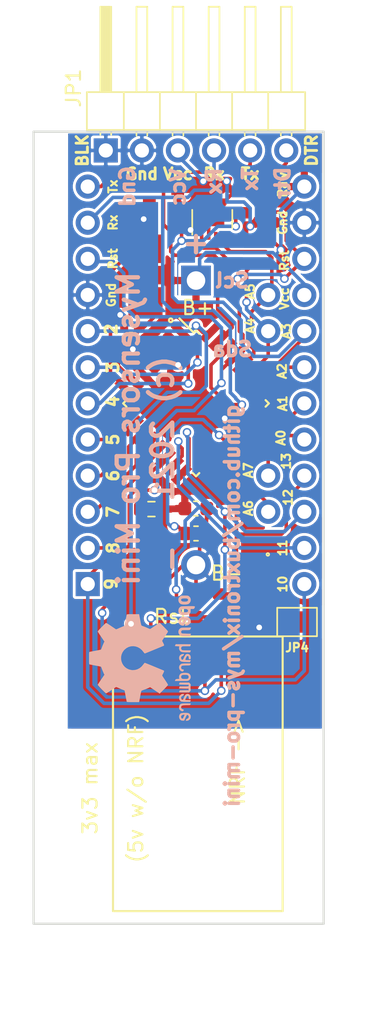
<source format=kicad_pcb>
(kicad_pcb (version 20171130) (host pcbnew 5.1.9+dfsg1-1+build2)
  (layers (0 F.Cu signal) (31 B.Cu signal hide) (34 B.Paste user hide) (35 F.Paste user) (36 B.SilkS user) (37 F.SilkS user) (38 B.Mask user hide) (39 F.Mask user) (44 Edge.Cuts user))
  (net 0 "")
  (net 1 GND)
  (net 2 VCC)
  (net 3 RXI)
  (net 4 TXO)
  (net 5 DTR)
  (net 6 D3)
  (net 7 D4)
  (net 8 D5)
  (net 9 D6)
  (net 10 D7)
  (net 11 D8)
  (net 12 D9)
  (net 13 D10)
  (net 14 MOSI)
  (net 15 MISO)
  (net 16 SCK)
  (net 17 A6)
  (net 18 "Net-(C1-Pad1)")
  (net 19 A7)
  (net 20 A0)
  (net 21 A1)
  (net 22 A2)
  (net 23 A3)
  (net 24 RESET)
  (net 25 D2)
  (net 26 A4)
  (net 27 A5)
  (net 28 "Net-(D3-Pad2)")
  (net 29 "Net-(C4-Pad2)")
  (net 30 "Net-(C5-Pad2)")
  (net 31 "Net-(JP4-Pad2)")
  (module Sensor_Humidity:Sensirion_DFN-8-1EP_2.5x2.5mm_P0.5mm_EP1.1x1.7mm (layer F.Cu) (at 124.103 91.346 90)
    (fp_text reference U4 hide)
    (fp_text value SHT30-DIS)
    (pad 1 smd rect (at -1.175 -0.75 90) (size 0.55 0.25) (layers F.Cu F.Paste F.Mask) (net 26 A4))
    (pad 2 smd rect (at -1.175 -0.25 90) (size 0.55 0.25) (layers F.Cu F.Paste F.Mask) (net 1 GND))
    (pad 3 smd rect (at -1.175 0.25 90) (size 0.55 0.25) (layers F.Cu F.Paste F.Mask))
    (pad 4 smd rect (at -1.175 0.75 270) (size 0.55 0.25) (layers F.Cu F.Paste F.Mask) (net 27 A5))
    (pad 5 smd rect (at 1.175 0.75 90) (size 0.55 0.25) (layers F.Cu F.Paste F.Mask) (net 2 VCC))
    (pad 6 smd rect (at 1.175 0.25 90) (size 0.55 0.25) (layers F.Cu F.Paste F.Mask))
    (pad 7 smd rect (at 1.175 -0.25 90) (size 0.55 0.25) (layers F.Cu F.Paste F.Mask) (net 1 GND))
    (pad 8 smd rect (at 1.175 -0.75 90) (size 0.55 0.25) (layers F.Cu F.Paste F.Mask) (net 1 GND))
    (pad 9 smd custom (at 0 0 90) (size 1 1) (layers F.Cu F.Mask) (net 1 GND) (options (clearance outline) (anchor circle)) (primitives (gr_poly (pts (xy 0.5 0.85) (xy -0.5 0.85) (xy -0.5 -0.55) (xy -0.2 -0.85) (xy 0.5 -0.85)) (width 0))))
  )
  (module Capacitor_Tantalum_SMD:CP_EIA-3216-18_Kemet-A (layer F.Cu) (at 127.278 117.381 270)
    (fp_text reference C6 hide)
    (fp_text value 10uF)
    (pad 2 smd roundrect (at 1.35 0 270) (size 1.4 1.35) (layers F.Cu F.Paste F.Mask) (roundrect_rratio 0.1851844444444445) (net 1 GND))
    (pad 1 smd roundrect (at -1.35 0 270) (size 1.4 1.35) (layers F.Cu F.Paste F.Mask) (roundrect_rratio 0.1851844444444445) (net 2 VCC))
  )
  (module Jumper:SolderJumper-2_P1.3mm_Bridged_Pad1.0x1.5mm (layer F.Cu) (at 130.072 119.667 180)
    (fp_text reference JP4 (at 0 -1.8 180) (layer F.SilkS) (effects (font (size 0.6 0.6))))
    (fp_text value SolderJumper_2_Bridged)
    (fp_poly (pts (xy -0.25 -0.3) (xy 0.25 -0.3) (xy 0.25 0.3) (xy -0.25 0.3)) (layer F.Cu) (width 0))
    (pad 2 smd rect (at 0.65 0 180) (size 1 1.5) (layers F.Cu F.Mask) (net 31 "Net-(JP4-Pad2)"))
    (pad 1 smd rect (at -0.65 0 180) (size 1 1.5) (layers F.Cu F.Mask) (net 2 VCC))
  )
  (module Symbol:OSHW-Logo2_9.8x8mm_SilkScreen (layer B.Cu) (at 119.15 122.207 270)
    (fp_text reference REF** hide)
    (fp_text value OSHW-Logo2_9.8x8mm_SilkScreen hide)
  )
  (module Capacitor_SMD:C_0603_1608Metric (layer F.Cu) (at 127.913 90.076 270)
    (fp_text reference C2 hide)
    (fp_text value 0.1uF hide)
    (pad 2 smd roundrect (at 0.775 0 270) (size 0.9 0.95) (layers F.Cu F.Paste F.Mask) (net 24 RESET))
    (pad 1 smd roundrect (at -0.775 0 270) (size 0.9 0.95) (layers F.Cu F.Paste F.Mask) (net 5 DTR))
  )
  (module Resistor_SMD:R_0603_1608Metric (layer F.Cu) (at 126.389 90.076 270)
    (fp_text reference R4 hide)
    (fp_text value 4k7)
    (pad 2 smd roundrect (at 0.825 0 270) (size 0.8 0.95) (layers F.Cu F.Paste F.Mask) (net 23 A3))
    (pad 1 smd roundrect (at -0.825 0 270) (size 0.8 0.95) (layers F.Cu F.Paste F.Mask) (net 2 VCC))
  )
  (module Package_TO_SOT_SMD:SOT-23 (layer F.Cu) (at 120.674 90.203 180)
    (fp_text reference U3 hide)
    (fp_text value ATSHA204A)
    (pad 3 smd rect (at 1 0 180) (size 0.9 0.8) (layers F.Cu F.Paste F.Mask) (net 1 GND))
    (pad 2 smd rect (at -1 0.95 180) (size 0.9 0.8) (layers F.Cu F.Paste F.Mask) (net 2 VCC))
    (pad 1 smd rect (at -1 -0.95 180) (size 0.9 0.8) (layers F.Cu F.Paste F.Mask) (net 23 A3))
  )
  (module Resistor_SMD:R_0603_1608Metric (layer F.Cu) (at 126.389 93.632 270)
    (fp_text reference R1 hide)
    (fp_text value 4k7)
    (pad 2 smd roundrect (at 0.825 0 270) (size 0.8 0.95) (layers F.Cu F.Paste F.Mask) (net 26 A4))
    (pad 1 smd roundrect (at -0.825 0 270) (size 0.8 0.95) (layers F.Cu F.Paste F.Mask) (net 2 VCC))
  )
  (module Resistor_SMD:R_0603_1608Metric (layer F.Cu) (at 127.913 93.632 270)
    (fp_text reference R3 hide)
    (fp_text value 4k7)
    (pad 2 smd roundrect (at 0.825 0 270) (size 0.8 0.95) (layers F.Cu F.Paste F.Mask) (net 27 A5))
    (pad 1 smd roundrect (at -0.825 0 270) (size 0.8 0.95) (layers F.Cu F.Paste F.Mask) (net 2 VCC))
  )
  (module Resistor_SMD:R_0603_1608Metric (layer F.Cu) (at 124.611 118.524 90)
    (fp_text reference R6 hide)
    (fp_text value 330 hide)
    (pad 2 smd roundrect (at 0.825 0 90) (size 0.8 0.95) (layers F.Cu F.Paste F.Mask) (net 16 SCK))
    (pad 1 smd roundrect (at -0.825 0 90) (size 0.8 0.95) (layers F.Cu F.Paste F.Mask) (net 28 "Net-(D3-Pad2)"))
  )
  (module LED_SMD:LED_0603_1608Metric (layer F.Cu) (at 122.96 118.524 270)
    (fp_text reference D3 hide)
    (fp_text value Green hide)
    (pad 2 smd roundrect (at 0.7875 0 270) (size 0.875 0.95) (layers F.Cu F.Paste F.Mask) (net 28 "Net-(D3-Pad2)"))
    (pad 1 smd roundrect (at -0.7875 0 270) (size 0.875 0.95) (layers F.Cu F.Paste F.Mask) (net 1 GND))
  )
  (module Crystal:Crystal_SMD_5032-2Pin_5.0x3.2mm (layer F.Cu) (at 119.404 95.283 90)
    (fp_text reference Y1 hide)
    (fp_text value Crystal_GND24)
    (pad 2 smd rect (at 1.85 0 90) (size 2 2.4) (layers F.Cu F.Paste F.Mask) (net 30 "Net-(C5-Pad2)"))
    (pad 1 smd rect (at -1.85 0 90) (size 2 2.4) (layers F.Cu F.Paste F.Mask) (net 29 "Net-(C4-Pad2)"))
  )
  (module Battery:BatteryHolder_ComfortableElectronic_CH273-2450_1x2450 (layer F.Cu) (at 122.96 95.664 270)
    (fp_text reference BT1 hide)
    (fp_text value Battery_Cell)
    (pad 2 thru_hole circle (at 20 0 180) (size 2.1 2.1) (drill 1.3) (layers *.Cu *.Mask) (net 1 GND))
    (pad 1 thru_hole rect (at 0 0 180) (size 2.1 2.1) (drill 1.3) (layers *.Cu *.Mask) (net 2 VCC))
  )
  (module mysensors_radios:NRF24L01-SMD (layer F.Cu) (at 122.96 130.716 180)
    (fp_text reference U2 hide)
    (fp_text value NRF24L01)
    (pad 8 smd rect (at 4.49 8.7 180) (size 1 2) (layers F.Cu F.Paste F.Mask) (net 25 D2))
    (pad 7 smd rect (at 3.22 8.7 180) (size 1 2) (layers F.Cu F.Paste F.Mask) (net 15 MISO))
    (pad 6 smd rect (at 1.95 8.7 180) (size 1 2) (layers F.Cu F.Paste F.Mask) (net 14 MOSI))
    (pad 5 smd rect (at 0.68 8.7 180) (size 1 2) (layers F.Cu F.Paste F.Mask) (net 16 SCK))
    (pad 4 smd rect (at -0.59 8.7 180) (size 1 2) (layers F.Cu F.Paste F.Mask) (net 13 D10))
    (pad 3 smd rect (at -1.86 8.7 180) (size 1 2) (layers F.Cu F.Paste F.Mask) (net 12 D9))
    (pad 1 smd rect (at -3.13 8.7 180) (size 1 2) (layers F.Cu F.Paste F.Mask) (net 1 GND))
    (pad 2 smd rect (at -4.4 8.7 180) (size 1 2) (layers F.Cu F.Paste F.Mask) (net 31 "Net-(JP4-Pad2)"))
  )
  (module Resistor_SMD:R_0603_1608Metric (layer F.Cu) (at 119.8231 111.7295 180)
    (fp_text reference R2 hide)
    (fp_text value 10k hide)
    (pad 2 smd roundrect (at 0.825 0 180) (size 0.8 0.95) (layers F.Cu F.Paste F.Mask) (net 24 RESET))
    (pad 1 smd roundrect (at -0.825 0 180) (size 0.8 0.95) (layers F.Cu F.Paste F.Mask) (net 2 VCC))
  )
  (module Capacitor_SMD:C_0603_1608Metric (layer F.Cu) (at 122.96 113.444)
    (fp_text reference C1 hide)
    (fp_text value 0.1uF hide)
    (pad 2 smd roundrect (at 0.775 0) (size 0.9 0.95) (layers F.Cu F.Paste F.Mask) (net 1 GND))
    (pad 1 smd roundrect (at -0.775 0) (size 0.9 0.95) (layers F.Cu F.Paste F.Mask) (net 18 "Net-(C1-Pad1)"))
  )
  (module Capacitor_SMD:C_0603_1608Metric (layer F.Cu) (at 122.9473 111.6914)
    (fp_text reference C3 hide)
    (fp_text value 0.1uF hide)
    (pad 2 smd roundrect (at 0.775 0) (size 0.9 0.95) (layers F.Cu F.Paste F.Mask) (net 1 GND))
    (pad 1 smd roundrect (at -0.775 0) (size 0.9 0.95) (layers F.Cu F.Paste F.Mask) (net 2 VCC))
  )
  (module Package_QFP:TQFP-32_7x7mm_P0.8mm (layer F.Cu) (at 122.96 104.3 315)
    (fp_text reference U1 hide)
    (fp_text value ATMEGA328-A hide)
    (pad 32 smd rect (at -2.8 -4.25 45) (size 1.6 0.55) (layers F.Cu F.Paste F.Mask) (net 25 D2))
    (pad 31 smd rect (at -2 -4.25 45) (size 1.6 0.55) (layers F.Cu F.Paste F.Mask) (net 4 TXO))
    (pad 30 smd rect (at -1.2 -4.25 45) (size 1.6 0.55) (layers F.Cu F.Paste F.Mask) (net 3 RXI))
    (pad 29 smd rect (at -0.4 -4.25 45) (size 1.6 0.55) (layers F.Cu F.Paste F.Mask) (net 24 RESET))
    (pad 28 smd rect (at 0.4 -4.25 45) (size 1.6 0.55) (layers F.Cu F.Paste F.Mask) (net 27 A5))
    (pad 27 smd rect (at 1.2 -4.25 45) (size 1.6 0.55) (layers F.Cu F.Paste F.Mask) (net 26 A4))
    (pad 26 smd rect (at 2 -4.25 45) (size 1.6 0.55) (layers F.Cu F.Paste F.Mask) (net 23 A3))
    (pad 25 smd rect (at 2.8 -4.25 45) (size 1.6 0.55) (layers F.Cu F.Paste F.Mask) (net 22 A2))
    (pad 24 smd rect (at 4.25 -2.8 315) (size 1.6 0.55) (layers F.Cu F.Paste F.Mask) (net 21 A1))
    (pad 23 smd rect (at 4.25 -2 315) (size 1.6 0.55) (layers F.Cu F.Paste F.Mask) (net 20 A0))
    (pad 22 smd rect (at 4.25 -1.2 315) (size 1.6 0.55) (layers F.Cu F.Paste F.Mask) (net 19 A7))
    (pad 21 smd rect (at 4.25 -0.4 315) (size 1.6 0.55) (layers F.Cu F.Paste F.Mask) (net 1 GND))
    (pad 20 smd rect (at 4.25 0.4 315) (size 1.6 0.55) (layers F.Cu F.Paste F.Mask) (net 18 "Net-(C1-Pad1)"))
    (pad 19 smd rect (at 4.25 1.2 315) (size 1.6 0.55) (layers F.Cu F.Paste F.Mask) (net 17 A6))
    (pad 18 smd rect (at 4.25 2 315) (size 1.6 0.55) (layers F.Cu F.Paste F.Mask) (net 2 VCC))
    (pad 17 smd rect (at 4.25 2.8 315) (size 1.6 0.55) (layers F.Cu F.Paste F.Mask) (net 16 SCK))
    (pad 16 smd rect (at 2.8 4.25 45) (size 1.6 0.55) (layers F.Cu F.Paste F.Mask) (net 15 MISO))
    (pad 15 smd rect (at 2 4.25 45) (size 1.6 0.55) (layers F.Cu F.Paste F.Mask) (net 14 MOSI))
    (pad 14 smd rect (at 1.2 4.25 45) (size 1.6 0.55) (layers F.Cu F.Paste F.Mask) (net 13 D10))
    (pad 13 smd rect (at 0.4 4.25 45) (size 1.6 0.55) (layers F.Cu F.Paste F.Mask) (net 12 D9))
    (pad 12 smd rect (at -0.4 4.25 45) (size 1.6 0.55) (layers F.Cu F.Paste F.Mask) (net 11 D8))
    (pad 11 smd rect (at -1.2 4.25 45) (size 1.6 0.55) (layers F.Cu F.Paste F.Mask) (net 10 D7))
    (pad 10 smd rect (at -2 4.25 45) (size 1.6 0.55) (layers F.Cu F.Paste F.Mask) (net 9 D6))
    (pad 9 smd rect (at -2.8 4.25 45) (size 1.6 0.55) (layers F.Cu F.Paste F.Mask) (net 8 D5))
    (pad 8 smd rect (at -4.25 2.8 315) (size 1.6 0.55) (layers F.Cu F.Paste F.Mask) (net 30 "Net-(C5-Pad2)"))
    (pad 7 smd rect (at -4.25 2 315) (size 1.6 0.55) (layers F.Cu F.Paste F.Mask) (net 29 "Net-(C4-Pad2)"))
    (pad 6 smd rect (at -4.25 1.2 315) (size 1.6 0.55) (layers F.Cu F.Paste F.Mask) (net 2 VCC))
    (pad 5 smd rect (at -4.25 0.4 315) (size 1.6 0.55) (layers F.Cu F.Paste F.Mask) (net 1 GND))
    (pad 4 smd rect (at -4.25 -0.4 315) (size 1.6 0.55) (layers F.Cu F.Paste F.Mask) (net 2 VCC))
    (pad 3 smd rect (at -4.25 -1.2 315) (size 1.6 0.55) (layers F.Cu F.Paste F.Mask) (net 1 GND))
    (pad 2 smd rect (at -4.25 -2 315) (size 1.6 0.55) (layers F.Cu F.Paste F.Mask) (net 7 D4))
    (pad 1 smd rect (at -4.25 -2.8 315) (size 1.6 0.55) (layers F.Cu F.Paste F.Mask) (net 6 D3))
  )
  (module Connector_PinHeader_2.54mm:PinHeader_1x06_P2.54mm_Horizontal (layer F.Cu) (at 116.61 86.52 90)
    (fp_text reference JP1 (at 4.385 -2.27 90) (layer F.SilkS))
    (fp_text value CONN_01X06)
    (pad 6 thru_hole oval (at 0 12.7 90) (size 1.7 1.7) (drill 1) (layers *.Cu *.Mask) (net 5 DTR))
    (pad 5 thru_hole oval (at 0 10.16 90) (size 1.7 1.7) (drill 1) (layers *.Cu *.Mask) (net 4 TXO))
    (pad 4 thru_hole oval (at 0 7.62 90) (size 1.7 1.7) (drill 1) (layers *.Cu *.Mask) (net 3 RXI))
    (pad 3 thru_hole oval (at 0 5.08 90) (size 1.7 1.7) (drill 1) (layers *.Cu *.Mask) (net 2 VCC))
    (pad 2 thru_hole oval (at 0 2.54 90) (size 1.7 1.7) (drill 1) (layers *.Cu *.Mask) (net 1 GND))
    (pad 1 thru_hole rect (at 0 0 90) (size 1.7 1.7) (drill 1) (layers *.Cu *.Mask) (net 1 GND))
  )
  (module Connector_PinHeader_2.54mm:PinHeader_1x02_P2.54mm_Vertical (layer B.Cu) (at 128.04 99.22)
    (fp_text reference JP2 hide)
    (fp_text value CONN_01X02)
    (pad 2 thru_hole oval (at 0 -2.54) (size 1.7 1.7) (drill 1) (layers *.Cu *.Mask) (net 27 A5))
    (pad 1 thru_hole circle (at 0 0) (size 1.7 1.7) (drill 1) (layers *.Cu *.Mask) (net 26 A4))
  )
  (module Connector_PinHeader_2.54mm:PinHeader_1x02_P2.54mm_Vertical (layer B.Cu) (at 128.04 111.92)
    (fp_text reference JP3 hide)
    (fp_text value CONN_01X02)
    (pad 2 thru_hole oval (at 0 -2.54) (size 1.7 1.7) (drill 1) (layers *.Cu *.Mask) (net 19 A7))
    (pad 1 thru_hole circle (at 0 0) (size 1.7 1.7) (drill 1) (layers *.Cu *.Mask) (net 17 A6))
  )
  (module Capacitor_SMD:C_0402_1005Metric (layer F.Cu) (at 118.261 91.092 270)
    (fp_text reference C5 hide)
    (fp_text value C)
    (pad 2 smd roundrect (at 0.48 0 270) (size 0.56 0.62) (layers F.Cu F.Paste F.Mask) (net 30 "Net-(C5-Pad2)"))
    (pad 1 smd roundrect (at -0.48 0 270) (size 0.56 0.62) (layers F.Cu F.Paste F.Mask) (net 1 GND))
  )
  (module Button_Switch_SMD:SW_SPST_B3U-1000P (layer F.Cu) (at 119.785 116.238 90)
    (fp_text reference S1 hide)
    (fp_text value Reset)
    (pad 2 smd rect (at 1.7 0 90) (size 0.9 1.7) (layers F.Cu F.Paste F.Mask) (net 24 RESET))
    (pad 1 smd rect (at -1.7 0 90) (size 0.9 1.7) (layers F.Cu F.Paste F.Mask) (net 1 GND))
  )
  (module Connector_PinHeader_2.54mm:PinHeader_1x12_P2.54mm_Vertical (layer B.Cu) (at 130.58 89.06 180)
    (fp_text reference JP6 hide)
    (fp_text value CONN_01X12)
    (pad 12 thru_hole oval (at 0 -27.94 180) (size 1.7 1.7) (drill 1) (layers *.Cu *.Mask) (net 13 D10))
    (pad 11 thru_hole oval (at 0 -25.4 180) (size 1.7 1.7) (drill 1) (layers *.Cu *.Mask) (net 14 MOSI))
    (pad 10 thru_hole oval (at 0 -22.86 180) (size 1.7 1.7) (drill 1) (layers *.Cu *.Mask) (net 15 MISO))
    (pad 9 thru_hole oval (at 0 -20.32 180) (size 1.7 1.7) (drill 1) (layers *.Cu *.Mask) (net 16 SCK))
    (pad 8 thru_hole oval (at 0 -17.78 180) (size 1.7 1.7) (drill 1) (layers *.Cu *.Mask) (net 20 A0))
    (pad 7 thru_hole oval (at 0 -15.24 180) (size 1.7 1.7) (drill 1) (layers *.Cu *.Mask) (net 21 A1))
    (pad 6 thru_hole oval (at 0 -12.7 180) (size 1.7 1.7) (drill 1) (layers *.Cu *.Mask) (net 22 A2))
    (pad 5 thru_hole oval (at 0 -10.16 180) (size 1.7 1.7) (drill 1) (layers *.Cu *.Mask) (net 23 A3))
    (pad 4 thru_hole oval (at 0 -7.62 180) (size 1.7 1.7) (drill 1) (layers *.Cu *.Mask) (net 2 VCC))
    (pad 3 thru_hole oval (at 0 -5.08 180) (size 1.7 1.7) (drill 1) (layers *.Cu *.Mask) (net 24 RESET))
    (pad 2 thru_hole oval (at 0 -2.54 180) (size 1.7 1.7) (drill 1) (layers *.Cu *.Mask) (net 1 GND))
    (pad 1 thru_hole oval (at 0 0 180) (size 1.7 1.7) (drill 1) (layers *.Cu *.Mask) (net 2 VCC))
  )
  (module Connector_PinHeader_2.54mm:PinHeader_1x12_P2.54mm_Vertical (layer B.Cu) (at 115.34 117)
    (fp_text reference JP7 hide)
    (fp_text value CONN_01X12)
    (pad 12 thru_hole oval (at 0 -27.94) (size 1.7 1.7) (drill 1) (layers *.Cu *.Mask) (net 4 TXO))
    (pad 11 thru_hole oval (at 0 -25.4) (size 1.7 1.7) (drill 1) (layers *.Cu *.Mask) (net 3 RXI))
    (pad 10 thru_hole oval (at 0 -22.86) (size 1.7 1.7) (drill 1) (layers *.Cu *.Mask) (net 24 RESET))
    (pad 9 thru_hole oval (at 0 -20.32) (size 1.7 1.7) (drill 1) (layers *.Cu *.Mask) (net 1 GND))
    (pad 8 thru_hole oval (at 0 -17.78) (size 1.7 1.7) (drill 1) (layers *.Cu *.Mask) (net 25 D2))
    (pad 7 thru_hole oval (at 0 -15.24) (size 1.7 1.7) (drill 1) (layers *.Cu *.Mask) (net 6 D3))
    (pad 6 thru_hole oval (at 0 -12.7) (size 1.7 1.7) (drill 1) (layers *.Cu *.Mask) (net 7 D4))
    (pad 5 thru_hole oval (at 0 -10.16) (size 1.7 1.7) (drill 1) (layers *.Cu *.Mask) (net 8 D5))
    (pad 4 thru_hole oval (at 0 -7.62) (size 1.7 1.7) (drill 1) (layers *.Cu *.Mask) (net 9 D6))
    (pad 3 thru_hole oval (at 0 -5.08) (size 1.7 1.7) (drill 1) (layers *.Cu *.Mask) (net 10 D7))
    (pad 2 thru_hole oval (at 0 -2.54) (size 1.7 1.7) (drill 1) (layers *.Cu *.Mask) (net 11 D8))
    (pad 1 thru_hole rect (at 0 0) (size 1.7 1.7) (drill 1) (layers *.Cu *.Mask) (net 12 D9))
  )
  (module Capacitor_SMD:C_0402_1005Metric (layer F.Cu) (at 118.388 98.966)
    (fp_text reference C4 hide)
    (fp_text value C)
    (pad 2 smd roundrect (at 0.48 0) (size 0.56 0.62) (layers F.Cu F.Paste F.Mask) (net 29 "Net-(C4-Pad2)"))
    (pad 1 smd roundrect (at -0.48 0) (size 0.56 0.62) (layers F.Cu F.Paste F.Mask) (net 1 GND))
  )
  (gr_circle (center 121.182 98.458) (end 121.309 98.458) (layer F.SilkS) (width 0.15))
  (gr_text github.com/buxtronix/mys-pro-mini (at 125.5 118.524 90) (layer B.SilkS) (effects (font (size 1 1) (thickness 0.25)) (justify mirror)))
  (gr_text "3v3 max\n\n(5v w/o NRF)" (at 117.118 131.351 90) (layer F.SilkS) (effects (font (size 1 1))))
  (gr_text B- (at 125.119 116.238) (layer F.SilkS) (effects (font (size 1 1))))
  (gr_line (start 117.118 139.987) (end 129.056 139.987) (layer F.SilkS) (width 0.15))
  (gr_line (start 117.118 120.683) (end 117.118 139.987) (layer F.SilkS) (width 0.15))
  (gr_line (start 129.056 120.683) (end 117.118 120.683) (layer F.SilkS) (width 0.15))
  (gr_line (start 129.056 139.987) (end 129.056 120.683) (layer F.SilkS) (width 0.15))
  (gr_line (start 131.94 127.16) (end 131.94 140.876) (layer Edge.Cuts) (width 0.15))
  (gr_line (start 111.53 140.876) (end 131.94 140.876) (layer Edge.Cuts) (width 0.15))
  (gr_line (start 111.53 127.11) (end 111.53 140.876) (layer Edge.Cuts) (width 0.15))
  (gr_text Scl (at 125.5 95.664) (layer B.SilkS) (effects (font (size 1 1) (thickness 0.25)) (justify mirror)))
  (gr_text Sda (at 125.5 100.49) (layer B.SilkS) (effects (font (size 1 1) (thickness 0.25)) (justify mirror)))
  (gr_text DTR (at 131.088 86.52 90) (layer F.SilkS) (effects (font (size 0.8 0.8) (thickness 0.2))))
  (gr_text - (at 121.182 115.222 90) (layer B.SilkS) (effects (font (size 1.5 1.5) (thickness 0.3)) (justify mirror)))
  (gr_text + (at 122.96 92.997) (layer B.SilkS) (effects (font (size 1.5 1.5) (thickness 0.3)) (justify mirror)))
  (gr_text Dtr (at 129.056 88.806 90) (layer B.SilkS) (effects (font (size 1 1) (thickness 0.25)) (justify mirror)))
  (gr_text Tx (at 126.77 88.552 90) (layer B.SilkS) (effects (font (size 1 1) (thickness 0.25)) (justify mirror)))
  (gr_text Rx (at 124.23 88.679 90) (layer B.SilkS) (effects (font (size 1 1) (thickness 0.25)) (justify mirror)))
  (gr_text Vcc (at 121.69 87.663 90) (layer B.SilkS) (effects (font (size 1 1) (thickness 0.25)) (justify left mirror)))
  (gr_text Gnd (at 118.134 89.06 90) (layer B.SilkS) (effects (font (size 1 1) (thickness 0.25)) (justify mirror)))
  (gr_text "Mysensors Pro Mini\n(c) 2021" (at 119.404 106.078 90) (layer B.SilkS) (effects (font (size 1.5 1.5) (thickness 0.3)) (justify mirror)))
  (gr_text A4 (at 126.77 98.839 90) (layer F.SilkS) (effects (font (size 0.6 0.6))))
  (gr_text A5 (at 126.77 96.426 90) (layer F.SilkS) (effects (font (size 0.6 0.6))))
  (gr_text B+ (at 123.087 97.569) (layer F.SilkS) (effects (font (size 1 1))))
  (gr_text "NRF ->" (at 125.881 129.446 90) (layer F.SilkS) (effects (font (size 1 1))))
  (gr_text Rst (at 121.182 119.286) (layer F.SilkS) (effects (font (size 1 1))))
  (gr_line (start 111.53 85.2) (end 111.53 127.11) (layer Edge.Cuts) (width 0.15))
  (gr_line (start 111.53 85.2) (end 113.94 85.2) (layer Edge.Cuts) (width 0.15))
  (gr_line (start 131.94 127.16) (end 131.94 118.4) (layer Edge.Cuts) (width 0.15))
  (gr_line (start 131.94 118.4) (end 131.94 85.2) (angle 90) (layer Edge.Cuts) (width 0.15))
  (gr_line (start 113.94 85.2) (end 131.94 85.2) (angle 90) (layer Edge.Cuts) (width 0.15))
  (gr_text A7 (at 126.643 108.999 90) (layer F.SilkS) (effects (font (size 0.6 0.6))))
  (gr_text A6 (at 126.643 111.666 90) (layer F.SilkS) (effects (font (size 0.6 0.6))))
  (gr_text 10 (at 129.056 117 90) (layer F.SilkS) (effects (font (size 0.6 0.6))))
  (gr_text 11 (at 129.056 114.46 90) (layer F.SilkS) (effects (font (size 0.6 0.6))))
  (gr_text 13 (at 129.31 108.364 90) (layer F.SilkS) (effects (font (size 0.6 0.6))))
  (gr_text 12 (at 129.437 110.904 90) (layer F.SilkS) (effects (font (size 0.6 0.6))))
  (gr_text A0 (at 128.929 106.713 90) (layer F.SilkS) (effects (font (size 0.6 0.6))))
  (gr_text A1 (at 129.056 104.3 90) (layer F.SilkS) (effects (font (size 0.6 0.6))))
  (gr_text A2 (at 129.0179 102.0267 90) (layer F.SilkS) (effects (font (size 0.6 0.6))))
  (gr_text A3 (at 129.31 99.22 90) (layer F.SilkS) (effects (font (size 0.6 0.6))))
  (gr_text Vcc (at 129.183 96.934 90) (layer F.SilkS) (effects (font (size 0.6 0.6))))
  (gr_text Rst (at 129.183 94.267 90) (layer F.SilkS) (effects (font (size 0.6 0.6))))
  (gr_text Gnd (at 129.056 91.6 90) (layer F.SilkS) (effects (font (size 0.6 0.6))))
  (gr_text Raw (at 129.056 88.933 90) (layer F.SilkS) (effects (font (size 0.6 0.6))))
  (gr_text Tx (at 126.77 88.171) (layer F.SilkS) (effects (font (size 0.8 0.8) (thickness 0.2))))
  (gr_text Rx (at 124.23 88.171) (layer F.SilkS) (effects (font (size 0.8 0.8) (thickness 0.2))))
  (gr_text Vcc (at 121.69 88.171) (layer F.SilkS) (effects (font (size 0.8 0.8) (thickness 0.2))))
  (gr_text Gnd (at 119.15 88.171) (layer F.SilkS) (effects (font (size 0.8 0.8) (thickness 0.2))))
  (gr_text BLK (at 114.959 86.52 90) (layer F.SilkS) (effects (font (size 0.8 0.8) (thickness 0.2))))
  (gr_text Tx (at 117.118 89.06 90) (layer F.SilkS) (effects (font (size 0.6 0.6))))
  (gr_text Rx (at 117.118 91.6 90) (layer F.SilkS) (effects (font (size 0.6 0.6))))
  (gr_text Rst (at 117.118 94.14 90) (layer F.SilkS) (effects (font (size 0.6 0.6))))
  (gr_text Gnd (at 116.991 96.68 90) (layer F.SilkS) (effects (font (size 0.6 0.6))))
  (gr_text 2 (at 116.991 99.093 90) (layer F.SilkS) (effects (font (size 0.8 0.8) (thickness 0.2))))
  (gr_text 3 (at 117.118 101.76 90) (layer F.SilkS) (effects (font (size 0.8 0.8) (thickness 0.2))))
  (gr_text 4 (at 117.118 104.173 90) (layer F.SilkS) (effects (font (size 0.8 0.8) (thickness 0.2))))
  (gr_text 5 (at 117.118 106.84 90) (layer F.SilkS) (effects (font (size 0.8 0.8) (thickness 0.2))))
  (gr_text 7 (at 117.118 111.92 90) (layer F.SilkS) (effects (font (size 0.8 0.8) (thickness 0.2))))
  (gr_text 6 (at 117.118 109.38 90) (layer F.SilkS) (effects (font (size 0.8 0.8) (thickness 0.2))))
  (gr_text 8 (at 117.118 114.46 90) (layer F.SilkS) (effects (font (size 0.8 0.8) (thickness 0.2))))
  (gr_text 9 (at 116.991 117 90) (layer F.SilkS) (effects (font (size 0.8 0.8) (thickness 0.2))))
  (via (at 117.626 98.077) (size 0.6) (drill 0.4) (layers F.Cu B.Cu) (net 1))
  (segment (start 126.248047 107.022361) (end 126.248047 107.016547) (width 0.25) (layer F.Cu) (net 1))
  (segment (start 126.248047 107.016547) (end 124.9793 105.7478) (width 0.25) (layer F.Cu) (net 1))
  (segment (start 124.9793 105.7478) (end 124.9793 105.3541) (width 0.25) (layer F.Cu) (net 1))
  (via (at 124.9793 105.3541) (size 0.6) (drill 0.4) (layers F.Cu B.Cu) (net 1))
  (segment (start 120.803324 100.446268) (end 120.803324 100.479624) (width 0.25) (layer F.Cu) (net 1))
  (segment (start 120.803324 100.479624) (end 121.7027 101.379) (width 0.25) (layer F.Cu) (net 1))
  (segment (start 121.7027 101.379) (end 121.7027 101.5949) (width 0.25) (layer F.Cu) (net 1))
  (via (at 121.7027 101.5949) (size 0.6) (drill 0.4) (layers F.Cu B.Cu) (net 1))
  (segment (start 119.671953 101.577639) (end 119.602639 101.577639) (width 0.25) (layer F.Cu) (net 1))
  (segment (start 119.602639 101.577639) (end 119.083174 101.058174) (width 0.25) (layer F.Cu) (net 1))
  (segment (start 119.083174 101.058174) (end 118.515 100.49) (width 0.25) (layer F.Cu) (net 1))
  (segment (start 118.515 100.49) (end 118.515 100.49) (width 0.25) (layer F.Cu) (net 1))
  (via (at 118.515 100.49) (size 0.6) (drill 0.4) (layers F.Cu B.Cu) (net 1))
  (segment (start 123.6973 111.6914) (end 123.6973 112.4527) (width 0.25) (layer F.Cu) (net 1))
  (segment (start 123.6973 112.4527) (end 123.722 112.428) (width 0.25) (layer F.Cu) (net 1))
  (segment (start 123.6973 113.4687) (end 123.6973 112.4527) (width 0.25) (layer F.Cu) (net 1))
  (segment (start 123.214 113.952) (end 123.6973 113.4687) (width 0.25) (layer F.Cu) (net 1))
  (segment (start 123.214 115.73) (end 123.214 113.952) (width 0.25) (layer F.Cu) (net 1))
  (segment (start 130.326 91.346) (end 130.58 91.6) (width 0.25) (layer B.Cu) (net 1))
  (segment (start 126.09 122.016) (end 126.072 122.016) (width 0.25) (layer F.Cu) (net 1))
  (segment (start 126.072 121.218998) (end 126.262 121.028998) (width 0.25) (layer F.Cu) (net 1))
  (segment (start 126.072 122.016) (end 126.072 121.218998) (width 0.25) (layer F.Cu) (net 1))
  (segment (start 126.262 121.028998) (end 126.262 120.556) (width 0.25) (layer F.Cu) (net 1))
  (segment (start 126.262 120.556) (end 126.516 120.302) (width 0.25) (layer F.Cu) (net 1))
  (via (at 127.405 120.048) (size 0.6) (drill 0.4) (layers F.Cu B.Cu) (net 1))
  (segment (start 123.722 116.238) (end 123.214 115.73) (width 0.25) (layer F.Cu) (net 1))
  (segment (start 118.515 100.49) (end 118.515 100.363) (width 0.25) (layer B.Cu) (net 1))
  (segment (start 117.753 98.204) (end 117.626 98.077) (width 0.25) (layer F.Cu) (net 1))
  (segment (start 117.753 98.867) (end 117.753 98.204) (width 0.25) (layer F.Cu) (net 1))
  (via (at 122.579 92.108) (size 0.6) (drill 0.4) (layers F.Cu B.Cu) (net 1))
  (segment (start 122.9345 115.6895) (end 122.96 115.664) (width 0.25) (layer F.Cu) (net 1))
  (segment (start 127.786 118.858) (end 127.786 120.302) (width 0.25) (layer F.Cu) (net 1))
  (segment (start 126.516 120.302) (end 127.786 120.302) (width 0.25) (layer F.Cu) (net 1))
  (via (at 119.277 91.346) (size 0.6) (drill 0.4) (layers F.Cu B.Cu) (net 1))
  (segment (start 124.234 91.596) (end 124.484 91.346) (width 0.25) (layer F.Cu) (net 1))
  (segment (start 122.059 115.664) (end 119.785 117.938) (width 0.25) (layer F.Cu) (net 1))
  (segment (start 122.96 115.664) (end 122.059 115.664) (width 0.25) (layer F.Cu) (net 1))
  (segment (start 118.289 90.612) (end 118.261 90.584) (width 0.25) (layer F.Cu) (net 1))
  (segment (start 118.261 90.612) (end 118.797 90.612) (width 0.25) (layer F.Cu) (net 1))
  (segment (start 119.277 91.092) (end 119.277 91.346) (width 0.25) (layer F.Cu) (net 1))
  (segment (start 118.797 90.612) (end 119.277 91.092) (width 0.25) (layer F.Cu) (net 1))
  (segment (start 119.265 90.612) (end 119.674 90.203) (width 0.25) (layer F.Cu) (net 1))
  (segment (start 118.797 90.612) (end 119.265 90.612) (width 0.25) (layer F.Cu) (net 1))
  (segment (start 123.853 91.596) (end 124.103 91.346) (width 0.25) (layer F.Cu) (net 1))
  (segment (start 123.853 92.521) (end 123.853 91.596) (width 0.25) (layer F.Cu) (net 1))
  (segment (start 123.353 90.596) (end 124.103 91.346) (width 0.25) (layer F.Cu) (net 1))
  (segment (start 123.353 90.171) (end 123.353 90.596) (width 0.25) (layer F.Cu) (net 1))
  (segment (start 123.341 91.346) (end 124.103 91.346) (width 0.25) (layer F.Cu) (net 1))
  (segment (start 122.579 92.108) (end 123.341 91.346) (width 0.25) (layer F.Cu) (net 1))
  (segment (start 122.96 117.7365) (end 122.96 115.664) (width 0.25) (layer F.Cu) (net 1))
  (segment (start 123.853 90.171) (end 123.353 90.171) (width 0.25) (layer F.Cu) (net 1))
  (segment (start 127.659 120.302) (end 127.405 120.048) (width 0.25) (layer F.Cu) (net 1))
  (segment (start 127.786 120.302) (end 127.659 120.302) (width 0.25) (layer F.Cu) (net 1))
  (via (at 128.929 93.505) (size 0.6) (drill 0.4) (layers F.Cu B.Cu) (net 2))
  (via (at 126.77 91.854) (size 0.6) (drill 0.4) (layers F.Cu B.Cu) (net 2))
  (segment (start 127.95364 93.69988) (end 127.95364 93.69988) (width 0.25) (layer B.Cu) (net 2))
  (segment (start 119.106268 102.143324) (end 119.106268 102.160768) (width 0.25) (layer F.Cu) (net 2))
  (segment (start 119.106268 102.160768) (end 119.6707 102.7252) (width 0.25) (layer F.Cu) (net 2))
  (segment (start 124.55099 108.719417) (end 124.55099 108.71039) (width 0.25) (layer F.Cu) (net 2))
  (segment (start 124.55099 108.71039) (end 122.96 107.1194) (width 0.25) (layer F.Cu) (net 2))
  (segment (start 122.1973 111.019) (end 122.1973 110.9555) (width 0.25) (layer F.Cu) (net 2))
  (segment (start 122.1973 110.9555) (end 122.96 110.1928) (width 0.25) (layer F.Cu) (net 2))
  (segment (start 122.96 110.1928) (end 122.96 107.1194) (width 0.25) (layer F.Cu) (net 2))
  (segment (start 122.1973 111.6914) (end 122.1973 111.019) (width 0.25) (layer F.Cu) (net 2))
  (segment (start 122.1592 111.7295) (end 122.1973 111.6914) (width 0.25) (layer F.Cu) (net 2))
  (segment (start 122.1973 111.9327) (end 122.21 111.92) (width 0.25) (layer F.Cu) (net 2))
  (segment (start 122.095 111.805) (end 122.21 111.92) (width 0.25) (layer F.Cu) (net 2))
  (segment (start 121.69 86.52) (end 121.69 87.155) (width 0.25) (layer B.Cu) (net 2))
  (via (at 123.468 88.679) (size 0.6) (drill 0.4) (layers F.Cu B.Cu) (net 2))
  (segment (start 120.237639 101.011953) (end 120.237639 100.841039) (width 0.25) (layer F.Cu) (net 2))
  (segment (start 122.96 107.1194) (end 122.96 105.316) (width 0.25) (layer F.Cu) (net 2))
  (segment (start 122.96 105.316) (end 122.4774 104.8334) (width 0.25) (layer F.Cu) (net 2))
  (segment (start 121.182 101.956314) (end 120.237639 101.011953) (width 0.25) (layer F.Cu) (net 2))
  (segment (start 121.182 102.522) (end 121.182 101.956314) (width 0.25) (layer F.Cu) (net 2))
  (segment (start 120.42 103.284) (end 121.182 102.522) (width 0.25) (layer F.Cu) (net 2))
  (segment (start 120.246944 103.284) (end 120.42 103.284) (width 0.25) (layer F.Cu) (net 2))
  (segment (start 119.106268 102.143324) (end 120.246944 103.284) (width 0.25) (layer F.Cu) (net 2))
  (via (at 125.119 88.679) (size 0.6) (drill 0.4) (layers F.Cu B.Cu) (net 2))
  (segment (start 126.328 90.142) (end 125.143 90.142) (width 0.25) (layer B.Cu) (net 2))
  (segment (start 126.77 90.584) (end 126.328 90.142) (width 0.25) (layer B.Cu) (net 2))
  (segment (start 126.77 91.854) (end 126.77 90.584) (width 0.25) (layer B.Cu) (net 2))
  (segment (start 128.929 93.442) (end 128.294 92.807) (width 0.25) (layer F.Cu) (net 2))
  (segment (start 128.929 93.505) (end 128.929 93.442) (width 0.25) (layer F.Cu) (net 2))
  (segment (start 128.929 93.505) (end 128.929 93.568) (width 0.25) (layer B.Cu) (net 2))
  (segment (start 125.143 88.703) (end 125.119 88.679) (width 0.25) (layer B.Cu) (net 2))
  (segment (start 125.143 90.142) (end 125.143 88.703) (width 0.25) (layer B.Cu) (net 2))
  (segment (start 120.6481 111.7295) (end 120.6481 111.9459) (width 0.25) (layer F.Cu) (net 2))
  (segment (start 121.69 86.901) (end 121.69 86.52) (width 0.25) (layer B.Cu) (net 2))
  (segment (start 123.468 88.679) (end 121.69 86.901) (width 0.25) (layer B.Cu) (net 2))
  (segment (start 124.853 90.171) (end 124.897 90.171) (width 0.25) (layer F.Cu) (net 2))
  (segment (start 125.817 89.251) (end 126.389 89.251) (width 0.25) (layer F.Cu) (net 2))
  (segment (start 124.897 90.171) (end 125.817 89.251) (width 0.25) (layer F.Cu) (net 2))
  (segment (start 123.214 94.14) (end 123.214 95.41) (width 0.25) (layer B.Cu) (net 2))
  (segment (start 123.6592 93.6948) (end 123.214 94.14) (width 0.25) (layer B.Cu) (net 2))
  (segment (start 130.58 96.68) (end 130.58 95.918) (width 0.25) (layer B.Cu) (net 2))
  (segment (start 128.36188 93.69988) (end 126.29756 93.69988) (width 0.25) (layer B.Cu) (net 2))
  (segment (start 126.29756 93.69988) (end 126.29248 93.6948) (width 0.25) (layer B.Cu) (net 2))
  (segment (start 126.29248 93.6948) (end 123.6592 93.6948) (width 0.25) (layer B.Cu) (net 2))
  (segment (start 128.6115 93.8225) (end 128.6115 93.9495) (width 0.25) (layer B.Cu) (net 2))
  (segment (start 128.929 93.505) (end 128.6115 93.8225) (width 0.25) (layer B.Cu) (net 2))
  (segment (start 130.58 95.918) (end 128.6115 93.9495) (width 0.25) (layer B.Cu) (net 2))
  (segment (start 128.6115 93.9495) (end 128.36188 93.69988) (width 0.25) (layer B.Cu) (net 2))
  (segment (start 128.929 90.711) (end 130.58 89.06) (width 0.25) (layer B.Cu) (net 2))
  (segment (start 128.929 93.505) (end 128.929 90.711) (width 0.25) (layer B.Cu) (net 2))
  (segment (start 124.0141 103.1951) (end 125.2079 104.3889) (width 0.25) (layer F.Cu) (net 3))
  (segment (start 124.0141 101.5949) (end 124.0141 103.1951) (width 0.25) (layer F.Cu) (net 3))
  (segment (start 124.0141 101.5949) (end 125.116676 100.492324) (width 0.25) (layer F.Cu) (net 3))
  (segment (start 125.2079 104.3889) (end 126.1858 104.3889) (width 0.25) (layer F.Cu) (net 3))
  (via (at 126.1858 104.3889) (size 0.6) (drill 0.4) (layers F.Cu B.Cu) (net 3))
  (segment (start 124.23 86.52) (end 124.23 87.20072) (width 0.25) (layer B.Cu) (net 3))
  (segment (start 125.116676 100.446268) (end 125.116676 100.492324) (width 0.25) (layer F.Cu) (net 3))
  (segment (start 117.118 89.822) (end 115.34 91.6) (width 0.25) (layer B.Cu) (net 3))
  (segment (start 120.61812 89.87788) (end 120.674 89.822) (width 0.25) (layer B.Cu) (net 3))
  (segment (start 120.61812 97.13212) (end 120.61812 89.87788) (width 0.25) (layer B.Cu) (net 3))
  (segment (start 125.375701 99.603701) (end 125.373 99.601) (width 0.25) (layer B.Cu) (net 3))
  (segment (start 125.373 98.96459) (end 124.1724 97.76399) (width 0.25) (layer B.Cu) (net 3))
  (segment (start 120.674 89.822) (end 117.118 89.822) (width 0.25) (layer B.Cu) (net 3))
  (segment (start 125.373 99.601) (end 125.373 98.96459) (width 0.25) (layer B.Cu) (net 3))
  (segment (start 126.1858 104.3889) (end 125.754 103.9571) (width 0.25) (layer B.Cu) (net 3))
  (segment (start 124.1724 97.76399) (end 121.249989 97.763989) (width 0.25) (layer B.Cu) (net 3))
  (segment (start 125.754 103.9571) (end 125.754 103.913598) (width 0.25) (layer B.Cu) (net 3))
  (segment (start 121.249989 97.763989) (end 120.61812 97.13212) (width 0.25) (layer B.Cu) (net 3))
  (segment (start 125.754 103.913598) (end 125.375701 103.535299) (width 0.25) (layer B.Cu) (net 3))
  (segment (start 122.383998 89.822) (end 120.674 89.822) (width 0.25) (layer B.Cu) (net 3))
  (segment (start 125.375701 103.535299) (end 125.375701 99.603701) (width 0.25) (layer B.Cu) (net 3))
  (segment (start 122.659999 89.545999) (end 122.659999 89.487001) (width 0.25) (layer B.Cu) (net 3))
  (segment (start 122.383998 89.822) (end 122.659999 89.545999) (width 0.25) (layer B.Cu) (net 3))
  (segment (start 122.659999 89.487001) (end 122.833 89.314) (width 0.25) (layer B.Cu) (net 3))
  (segment (start 122.833 89.314) (end 123.976 89.314) (width 0.25) (layer B.Cu) (net 3))
  (segment (start 124.23 89.06) (end 124.23 86.52) (width 0.25) (layer B.Cu) (net 3))
  (segment (start 123.976 89.314) (end 124.23 89.06) (width 0.25) (layer B.Cu) (net 3))
  (segment (start 115.34 89.06) (end 116.2671 89.06) (width 0.25) (layer F.Cu) (net 4))
  (segment (start 116.2671 89.06) (end 117.1053 88.2218) (width 0.25) (layer F.Cu) (net 4))
  (segment (start 117.1053 88.2218) (end 117.1053 88.1837) (width 0.25) (layer F.Cu) (net 4))
  (segment (start 117.1053 88.1837) (end 117.245 88.044) (width 0.25) (layer F.Cu) (net 4))
  (segment (start 126.77 87.536) (end 126.77 86.52) (width 0.25) (layer F.Cu) (net 4))
  (segment (start 126.262 88.044) (end 126.77 87.536) (width 0.25) (layer F.Cu) (net 4))
  (segment (start 117.245 88.044) (end 118.896 88.044) (width 0.25) (layer F.Cu) (net 4))
  (segment (start 121.055 88.044) (end 126.262 88.044) (width 0.25) (layer F.Cu) (net 4))
  (segment (start 120.674 88.044) (end 121.055 88.044) (width 0.25) (layer F.Cu) (net 4))
  (segment (start 118.896 88.044) (end 120.674 88.044) (width 0.25) (layer F.Cu) (net 4))
  (segment (start 121.182 92.235) (end 120.674 91.727) (width 0.25) (layer F.Cu) (net 4))
  (segment (start 121.182 93.632) (end 121.182 92.235) (width 0.25) (layer F.Cu) (net 4))
  (segment (start 121.436 93.886) (end 121.182 93.632) (width 0.25) (layer F.Cu) (net 4))
  (segment (start 124.23 93.886) (end 121.436 93.886) (width 0.25) (layer F.Cu) (net 4))
  (segment (start 124.484 94.14) (end 124.23 93.886) (width 0.25) (layer F.Cu) (net 4))
  (segment (start 124.55099 99.880583) (end 125.070455 99.361118) (width 0.25) (layer F.Cu) (net 4))
  (segment (start 125.070455 99.361118) (end 125.104882 99.361118) (width 0.25) (layer F.Cu) (net 4))
  (segment (start 125.104882 99.361118) (end 125.5 98.966) (width 0.25) (layer F.Cu) (net 4))
  (segment (start 120.674 91.727) (end 120.674 88.044) (width 0.25) (layer F.Cu) (net 4))
  (segment (start 125.5 98.966) (end 125.5 98.712) (width 0.25) (layer F.Cu) (net 4))
  (segment (start 125.5 98.712) (end 124.484 97.696) (width 0.25) (layer F.Cu) (net 4))
  (segment (start 124.484 97.696) (end 124.484 94.14) (width 0.25) (layer F.Cu) (net 4))
  (segment (start 129.056 86.52) (end 129.31 86.52) (width 0.25) (layer F.Cu) (net 5))
  (segment (start 129.31 87.282) (end 129.31 86.52) (width 0.25) (layer F.Cu) (net 5))
  (segment (start 128.294 89.301) (end 128.294 88.425) (width 0.25) (layer F.Cu) (net 5))
  (segment (start 129.31 87.409) (end 129.31 86.52) (width 0.25) (layer F.Cu) (net 5))
  (segment (start 128.294 88.425) (end 129.31 87.409) (width 0.25) (layer F.Cu) (net 5))
  (segment (start 115.34 101.76) (end 117.4101 101.76) (width 0.25) (layer B.Cu) (net 6))
  (via (at 123.0616 101.4171) (size 0.6) (drill 0.4) (layers F.Cu B.Cu) (net 6))
  (segment (start 123.0616 100.4392) (end 123.0616 101.4171) (width 0.25) (layer F.Cu) (net 6))
  (segment (start 123.0616 100.4392) (end 121.937297 99.314897) (width 0.25) (layer F.Cu) (net 6))
  (segment (start 122.2234 102.2553) (end 123.0616 101.4171) (width 0.25) (layer B.Cu) (net 6))
  (segment (start 117.9054 102.2553) (end 122.2234 102.2553) (width 0.25) (layer B.Cu) (net 6))
  (segment (start 117.4101 101.76) (end 117.9054 102.2553) (width 0.25) (layer B.Cu) (net 6))
  (segment (start 121.934695 99.314897) (end 121.937297 99.314897) (width 0.25) (layer F.Cu) (net 6))
  (segment (start 115.34 104.3) (end 116.1909 104.3) (width 0.25) (layer B.Cu) (net 7))
  (segment (start 116.1909 104.3) (end 117.5879 102.903) (width 0.25) (layer B.Cu) (net 7))
  (segment (start 117.5879 102.903) (end 122.4139 102.903) (width 0.25) (layer B.Cu) (net 7))
  (segment (start 122.4139 102.903) (end 122.4139 102.1791) (width 0.25) (layer F.Cu) (net 7))
  (segment (start 122.4139 100.9091) (end 121.385383 99.880583) (width 0.25) (layer F.Cu) (net 7))
  (segment (start 122.4139 100.9091) (end 122.4139 102.1791) (width 0.25) (layer F.Cu) (net 7))
  (via (at 122.4139 102.903) (size 0.6) (drill 0.4) (layers F.Cu B.Cu) (net 7))
  (segment (start 121.36901 99.880583) (end 121.385383 99.880583) (width 0.25) (layer F.Cu) (net 7))
  (segment (start 115.34 106.84) (end 116.460202 106.84) (width 0.25) (layer F.Cu) (net 8))
  (segment (start 116.460202 106.84) (end 117.974897 105.325305) (width 0.25) (layer F.Cu) (net 8))
  (segment (start 115.34 109.38) (end 116.2671 109.38) (width 0.25) (layer F.Cu) (net 9))
  (segment (start 116.2671 109.38) (end 117.4228 108.2243) (width 0.25) (layer F.Cu) (net 9))
  (segment (start 117.4228 108.2243) (end 117.4228 107.008773) (width 0.25) (layer F.Cu) (net 9))
  (segment (start 117.4228 107.008773) (end 118.540583 105.89099) (width 0.25) (layer F.Cu) (net 9))
  (segment (start 115.34 111.92) (end 115.8099 111.92) (width 0.25) (layer F.Cu) (net 10))
  (segment (start 115.8099 111.92) (end 116.7751 110.9548) (width 0.25) (layer F.Cu) (net 10))
  (segment (start 116.7751 110.9548) (end 116.7751 109.888) (width 0.25) (layer F.Cu) (net 10))
  (segment (start 116.7751 109.888) (end 118.2229 108.4402) (width 0.25) (layer F.Cu) (net 10))
  (segment (start 118.2229 108.4402) (end 118.2229 107.340044) (width 0.25) (layer F.Cu) (net 10))
  (segment (start 118.2229 107.340044) (end 119.106268 106.456676) (width 0.25) (layer F.Cu) (net 10))
  (segment (start 115.34 114.46) (end 116.4068 114.46) (width 0.25) (layer F.Cu) (net 11))
  (segment (start 118.7563 107.938014) (end 119.671953 107.022361) (width 0.25) (layer F.Cu) (net 11))
  (segment (start 118.7563 108.6434) (end 118.7563 107.938014) (width 0.25) (layer F.Cu) (net 11))
  (segment (start 117.2323 110.1674) (end 118.7563 108.6434) (width 0.25) (layer F.Cu) (net 11))
  (segment (start 117.2323 113.6345) (end 117.2323 110.1674) (width 0.25) (layer F.Cu) (net 11))
  (segment (start 116.4068 114.46) (end 117.2323 113.6345) (width 0.25) (layer F.Cu) (net 11))
  (segment (start 115.34 114.46) (end 115.721 114.46) (width 0.25) (layer F.Cu) (net 11))
  (segment (start 115.34 114.46) (end 115.34 114.352898) (width 0.25) (layer F.Cu) (net 11))
  (segment (start 115.34 114.46) (end 115.7464 114.46) (width 0.25) (layer F.Cu) (net 11))
  (via (at 124.738 124.493) (size 0.6) (drill 0.4) (layers F.Cu B.Cu) (net 12))
  (segment (start 115.34 117) (end 115.4924 117) (width 0.25) (layer F.Cu) (net 12))
  (segment (start 115.34 117) (end 115.34 116.8857) (width 0.25) (layer F.Cu) (net 12))
  (segment (start 120.237639 107.606561) (end 120.237639 107.588047) (width 0.25) (layer F.Cu) (net 12))
  (segment (start 115.34 117) (end 115.34 116.8476) (width 0.25) (layer F.Cu) (net 12))
  (segment (start 119.404 108.421686) (end 120.237639 107.588047) (width 0.25) (layer F.Cu) (net 12))
  (segment (start 117.7403 114.111598) (end 117.7403 110.523) (width 0.25) (layer F.Cu) (net 12))
  (segment (start 117.7403 110.523) (end 119.404 108.8593) (width 0.25) (layer F.Cu) (net 12))
  (segment (start 115.34 117) (end 115.34 116.511898) (width 0.25) (layer F.Cu) (net 12))
  (segment (start 119.404 108.8593) (end 119.404 108.421686) (width 0.25) (layer F.Cu) (net 12))
  (segment (start 115.34 116.511898) (end 117.7403 114.111598) (width 0.25) (layer F.Cu) (net 12))
  (segment (start 123.849 125.382) (end 124.738 124.493) (width 0.25) (layer B.Cu) (net 12))
  (segment (start 116.483 125.382) (end 123.849 125.382) (width 0.25) (layer B.Cu) (net 12))
  (segment (start 115.34 117) (end 115.34 124.239) (width 0.25) (layer B.Cu) (net 12))
  (segment (start 115.34 124.239) (end 116.483 125.382) (width 0.25) (layer B.Cu) (net 12))
  (segment (start 124.738 122.098) (end 124.82 122.016) (width 0.25) (layer F.Cu) (net 12))
  (segment (start 124.738 124.493) (end 124.738 122.098) (width 0.25) (layer F.Cu) (net 12))
  (via (at 116.356 119.032) (size 0.6) (drill 0.4) (layers F.Cu B.Cu) (net 13))
  (segment (start 120.803324 108.153732) (end 120.803324 108.285476) (width 0.25) (layer F.Cu) (net 13))
  (segment (start 120.803324 108.153732) (end 120.617568 108.153732) (width 0.25) (layer F.Cu) (net 13))
  (segment (start 130.58 123.096) (end 130.58 117) (width 0.25) (layer B.Cu) (net 13))
  (via (at 123.585001 124.502999) (size 0.6) (drill 0.4) (layers F.Cu B.Cu) (net 13))
  (segment (start 123.585001 122.051001) (end 123.55 122.016) (width 0.25) (layer F.Cu) (net 13))
  (segment (start 119.6707 109.286356) (end 120.803324 108.153732) (width 0.25) (layer F.Cu) (net 13))
  (segment (start 119.6707 109.4181) (end 119.6707 109.286356) (width 0.25) (layer F.Cu) (net 13))
  (segment (start 118.261 110.8278) (end 119.6707 109.4181) (width 0.25) (layer F.Cu) (net 13))
  (segment (start 118.261 114.2822) (end 118.261 110.8278) (width 0.25) (layer F.Cu) (net 13))
  (segment (start 117.3593 115.2347) (end 117.3593 115.1839) (width 0.25) (layer F.Cu) (net 13))
  (segment (start 116.61 115.984) (end 117.3593 115.2347) (width 0.25) (layer F.Cu) (net 13))
  (segment (start 117.3593 115.1839) (end 118.261 114.2822) (width 0.25) (layer F.Cu) (net 13))
  (segment (start 123.585001 124.502999) (end 123.585001 122.051001) (width 0.25) (layer F.Cu) (net 13))
  (segment (start 123.585001 124.502999) (end 116.873999 124.502999) (width 0.25) (layer B.Cu) (net 13))
  (segment (start 116.873999 124.502999) (end 116.356 123.985) (width 0.25) (layer B.Cu) (net 13))
  (segment (start 116.356 123.985) (end 116.356 119.032) (width 0.25) (layer B.Cu) (net 13))
  (segment (start 116.356 119.032) (end 116.356 118.778) (width 0.25) (layer F.Cu) (net 13))
  (segment (start 116.61 118.524) (end 116.61 115.984) (width 0.25) (layer F.Cu) (net 13))
  (segment (start 116.356 118.778) (end 116.61 118.524) (width 0.25) (layer F.Cu) (net 13))
  (segment (start 123.585001 124.502999) (end 124.357 123.731) (width 0.25) (layer B.Cu) (net 13))
  (segment (start 129.945 123.731) (end 130.58 123.096) (width 0.25) (layer B.Cu) (net 13))
  (segment (start 124.357 123.731) (end 129.945 123.731) (width 0.25) (layer B.Cu) (net 13))
  (segment (start 121.9821 107.9957) (end 121.9821 107.4623) (width 0.25) (layer F.Cu) (net 14))
  (segment (start 121.9821 107.4623) (end 121.7154 107.1956) (width 0.25) (layer F.Cu) (net 14))
  (via (at 121.7154 106.967) (size 0.6) (drill 0.4) (layers F.Cu B.Cu) (net 14))
  (segment (start 121.9821 107.9957) (end 121.36901 108.60879) (width 0.25) (layer F.Cu) (net 14))
  (segment (start 121.36901 108.719417) (end 121.36901 108.60879) (width 0.25) (layer F.Cu) (net 14))
  (segment (start 121.36901 108.719417) (end 121.410783 108.719417) (width 0.25) (layer F.Cu) (net 14))
  (segment (start 121.36901 108.719417) (end 121.392581 108.719417) (width 0.25) (layer F.Cu) (net 14))
  (segment (start 121.36901 108.719417) (end 121.423483 108.719417) (width 0.25) (layer F.Cu) (net 14))
  (segment (start 121.36901 108.719417) (end 121.36901 108.69769) (width 0.25) (layer F.Cu) (net 14))
  (segment (start 126.06896 114.46) (end 130.58 114.46) (width 0.25) (layer B.Cu) (net 14))
  (segment (start 121.7154 107.1956) (end 121.7154 110.10644) (width 0.25) (layer B.Cu) (net 14))
  (segment (start 125.02248 113.41352) (end 126.06896 114.46) (width 0.25) (layer B.Cu) (net 14))
  (via (at 121.563 117.381) (size 0.6) (drill 0.4) (layers F.Cu B.Cu) (net 14))
  (segment (start 121.7154 110.10644) (end 123.18098 111.57202) (width 0.25) (layer B.Cu) (net 14))
  (segment (start 123.18098 111.57202) (end 125.02248 113.41352) (width 0.25) (layer B.Cu) (net 14))
  (segment (start 121.01 122.016) (end 121.01 118.778) (width 0.25) (layer F.Cu) (net 14))
  (segment (start 121.01 118.778) (end 121.584999 118.203001) (width 0.25) (layer F.Cu) (net 14))
  (segment (start 121.584999 117.402999) (end 121.563 117.381) (width 0.25) (layer F.Cu) (net 14))
  (segment (start 121.584999 118.203001) (end 121.584999 117.402999) (width 0.25) (layer F.Cu) (net 14))
  (segment (start 121.563 115.025998) (end 121.563 117.381) (width 0.25) (layer B.Cu) (net 14))
  (segment (start 122.198 112.555) (end 122.198 114.390998) (width 0.25) (layer B.Cu) (net 14))
  (segment (start 122.198 114.390998) (end 121.563 115.025998) (width 0.25) (layer B.Cu) (net 14))
  (segment (start 123.18098 111.57202) (end 122.198 112.555) (width 0.25) (layer B.Cu) (net 14))
  (segment (start 130.58 111.92) (end 130.2752 111.92) (width 0.25) (layer B.Cu) (net 15))
  (segment (start 121.934695 109.285103) (end 121.934695 109.231403) (width 0.25) (layer F.Cu) (net 15))
  (segment (start 121.934695 109.231403) (end 122.4647 108.701398) (width 0.25) (layer F.Cu) (net 15))
  (segment (start 122.4647 108.701398) (end 122.4647 106.7638) (width 0.25) (layer F.Cu) (net 15))
  (segment (start 122.4647 106.7638) (end 122.2996 106.5987) (width 0.25) (layer F.Cu) (net 15))
  (via (at 122.325 106.332) (size 0.6) (drill 0.4) (layers F.Cu B.Cu) (net 15))
  (segment (start 121.934695 109.285103) (end 121.944495 109.285103) (width 0.25) (layer F.Cu) (net 15))
  (segment (start 121.934695 109.285103) (end 121.934695 109.269503) (width 0.25) (layer F.Cu) (net 15))
  (segment (start 121.934695 109.285103) (end 121.934695 109.262305) (width 0.25) (layer F.Cu) (net 15))
  (segment (start 121.934695 109.285103) (end 121.937297 109.285103) (width 0.25) (layer F.Cu) (net 15))
  (segment (start 119.74 122.016) (end 119.785 119.413) (width 0.25) (layer F.Cu) (net 15))
  (segment (start 119.785 119.413) (end 119.74 119.458) (width 0.25) (layer F.Cu) (net 15))
  (via (at 119.785 119.413) (size 0.6) (drill 0.4) (layers F.Cu B.Cu) (net 15))
  (via (at 124.992 114.587) (size 0.6) (drill 0.4) (layers F.Cu B.Cu) (net 15))
  (via (at 124.992 111.92) (size 0.6) (drill 0.4) (layers F.Cu B.Cu) (net 15))
  (segment (start 119.785 119.413) (end 123.087 119.413) (width 0.25) (layer B.Cu) (net 15))
  (segment (start 124.992 117.508) (end 124.992 114.587) (width 0.25) (layer B.Cu) (net 15))
  (segment (start 123.087 119.413) (end 124.992 117.508) (width 0.25) (layer B.Cu) (net 15))
  (via (at 124.992 114.587) (size 0.6) (drill 0.4) (layers F.Cu B.Cu) (net 15))
  (segment (start 124.992 114.587) (end 124.992 111.92) (width 0.25) (layer F.Cu) (net 15))
  (segment (start 122.38088 106.67998) (end 122.2996 106.5987) (width 0.25) (layer B.Cu) (net 15))
  (segment (start 122.38088 109.24792) (end 122.38088 106.67998) (width 0.25) (layer B.Cu) (net 15))
  (segment (start 126.44996 113.317) (end 122.38088 109.24792) (width 0.25) (layer B.Cu) (net 15))
  (segment (start 130.58 111.92) (end 129.183 113.317) (width 0.25) (layer B.Cu) (net 15))
  (segment (start 129.183 113.317) (end 126.44996 113.317) (width 0.25) (layer B.Cu) (net 15))
  (segment (start 130.58 109.38) (end 130.58 109.7483) (width 0.25) (layer F.Cu) (net 16))
  (segment (start 130.58 109.7483) (end 129.4243 110.904) (width 0.25) (layer F.Cu) (net 16))
  (segment (start 124.9412 110.240998) (end 123.985305 109.285103) (width 0.25) (layer F.Cu) (net 16))
  (segment (start 125.806101 111.105899) (end 124.9412 110.240998) (width 0.25) (layer F.Cu) (net 16))
  (segment (start 122.28 122.016) (end 122.28 120.728) (width 0.25) (layer F.Cu) (net 16))
  (segment (start 122.28 120.728) (end 122.706 120.302) (width 0.25) (layer F.Cu) (net 16))
  (segment (start 122.706 120.302) (end 125.246 120.302) (width 0.25) (layer F.Cu) (net 16))
  (segment (start 125.246 120.302) (end 125.806101 119.741899) (width 0.25) (layer F.Cu) (net 16))
  (segment (start 124.611 117.699) (end 125.69 117.699) (width 0.25) (layer F.Cu) (net 16))
  (segment (start 125.806101 119.741899) (end 125.806101 117.582899) (width 0.25) (layer F.Cu) (net 16))
  (segment (start 125.69 117.699) (end 125.806101 117.582899) (width 0.25) (layer F.Cu) (net 16))
  (segment (start 129.4243 110.904) (end 129.4243 110.9167) (width 0.25) (layer F.Cu) (net 16))
  (segment (start 125.806101 117.582899) (end 125.806101 113.496101) (width 0.25) (layer F.Cu) (net 16))
  (segment (start 125.806101 113.496101) (end 125.806101 111.105899) (width 0.25) (layer F.Cu) (net 16))
  (segment (start 129.31 111.0183) (end 129.4243 110.904) (width 0.25) (layer F.Cu) (net 16))
  (segment (start 129.31 113.157999) (end 129.31 111.0183) (width 0.25) (layer F.Cu) (net 16))
  (segment (start 125.806101 113.496101) (end 128.971898 113.496101) (width 0.25) (layer F.Cu) (net 16))
  (segment (start 128.971898 113.496101) (end 129.31 113.157999) (width 0.25) (layer F.Cu) (net 16))
  (segment (start 125.116676 108.153732) (end 125.116676 108.272776) (width 0.25) (layer F.Cu) (net 17))
  (segment (start 128.04 111.359883) (end 128.04 111.92) (width 0.25) (layer F.Cu) (net 17))
  (segment (start 125.116676 108.436559) (end 128.04 111.359883) (width 0.25) (layer F.Cu) (net 17))
  (segment (start 125.116676 108.153732) (end 125.116676 108.436559) (width 0.25) (layer F.Cu) (net 17))
  (via (at 121.436 112.936) (size 0.6) (drill 0.4) (layers F.Cu B.Cu) (net 18))
  (via (at 124.5856 106.5225) (size 0.6) (drill 0.4) (layers F.Cu B.Cu) (net 18))
  (segment (start 124.5856 106.5225) (end 125.651147 107.588047) (width 0.25) (layer F.Cu) (net 18))
  (segment (start 125.682361 107.588047) (end 125.651147 107.588047) (width 0.25) (layer F.Cu) (net 18))
  (segment (start 123.87186 105.80876) (end 123.83376 105.80876) (width 0.25) (layer B.Cu) (net 18))
  (segment (start 123.468 105.443) (end 121.87796 105.443) (width 0.25) (layer B.Cu) (net 18))
  (segment (start 123.83376 105.80876) (end 123.468 105.443) (width 0.25) (layer B.Cu) (net 18))
  (segment (start 124.5856 106.5225) (end 123.87186 105.80876) (width 0.25) (layer B.Cu) (net 18))
  (segment (start 121.87796 105.443) (end 120.95848 106.36248) (width 0.25) (layer B.Cu) (net 18))
  (segment (start 120.95848 112.71248) (end 121.182 112.936) (width 0.25) (layer B.Cu) (net 18))
  (segment (start 120.95848 106.36248) (end 120.95848 112.71248) (width 0.25) (layer B.Cu) (net 18))
  (segment (start 121.677 112.936) (end 122.185 113.444) (width 0.25) (layer F.Cu) (net 18))
  (segment (start 121.436 112.936) (end 121.677 112.936) (width 0.25) (layer F.Cu) (net 18))
  (segment (start 128.04 109.38) (end 128.04 107.6655) (width 0.25) (layer F.Cu) (net 19))
  (segment (start 126.831176 106.456676) (end 126.813732 106.456676) (width 0.25) (layer F.Cu) (net 19))
  (segment (start 128.04 107.6655) (end 126.831176 106.456676) (width 0.25) (layer F.Cu) (net 19))
  (segment (start 127.379417 105.89099) (end 127.43389 105.89099) (width 0.25) (layer F.Cu) (net 20))
  (segment (start 127.43389 105.89099) (end 128.1035 106.5606) (width 0.25) (layer F.Cu) (net 20))
  (segment (start 128.1035 106.5606) (end 130.3006 106.5606) (width 0.25) (layer F.Cu) (net 20))
  (segment (start 130.3006 106.5606) (end 130.58 106.84) (width 0.25) (layer F.Cu) (net 20))
  (segment (start 127.945103 105.325305) (end 129.554695 105.325305) (width 0.25) (layer F.Cu) (net 21))
  (segment (start 129.554695 105.325305) (end 130.58 104.3) (width 0.25) (layer F.Cu) (net 21))
  (segment (start 127.945103 103.274695) (end 127.945103 103.213797) (width 0.25) (layer F.Cu) (net 22))
  (segment (start 127.945103 103.213797) (end 129.3989 101.76) (width 0.25) (layer F.Cu) (net 22))
  (segment (start 129.3989 101.76) (end 130.58 101.76) (width 0.25) (layer F.Cu) (net 22))
  (segment (start 130.58 99.5502) (end 130.58 99.22) (width 0.25) (layer F.Cu) (net 23))
  (segment (start 130.58 99.6518) (end 130.58 99.22) (width 0.25) (layer F.Cu) (net 23))
  (segment (start 128.3702 101.8616) (end 130.58 99.6518) (width 0.25) (layer F.Cu) (net 23))
  (segment (start 128.2432 101.8616) (end 128.3702 101.8616) (width 0.25) (layer F.Cu) (net 23))
  (segment (start 127.379417 102.70901) (end 127.39579 102.70901) (width 0.25) (layer F.Cu) (net 23))
  (segment (start 127.39579 102.70901) (end 128.2432 101.8616) (width 0.25) (layer F.Cu) (net 23))
  (segment (start 128.802 100.998) (end 127.024 100.998) (width 0.25) (layer B.Cu) (net 23))
  (segment (start 130.58 99.22) (end 128.802 100.998) (width 0.25) (layer B.Cu) (net 23))
  (segment (start 121.309 93.505) (end 121.69 93.124) (width 0.25) (layer B.Cu) (net 23))
  (segment (start 127.024 100.998) (end 126.135 100.109) (width 0.25) (layer B.Cu) (net 23))
  (segment (start 126.135 100.109) (end 126.135 98.458) (width 0.25) (layer B.Cu) (net 23))
  (segment (start 121.309 96.807) (end 121.309 93.505) (width 0.25) (layer B.Cu) (net 23))
  (segment (start 126.135 98.458) (end 124.865 97.188) (width 0.25) (layer B.Cu) (net 23))
  (segment (start 121.69 97.188) (end 121.309 96.807) (width 0.25) (layer B.Cu) (net 23))
  (segment (start 124.865 97.188) (end 121.69 97.188) (width 0.25) (layer B.Cu) (net 23))
  (segment (start 121.69 93.124) (end 121.944 92.87) (width 0.25) (layer B.Cu) (net 23))
  (via (at 121.944 92.87) (size 0.6) (drill 0.4) (layers F.Cu B.Cu) (net 23))
  (segment (start 121.944 91.169) (end 121.928 91.153) (width 0.25) (layer F.Cu) (net 23))
  (segment (start 121.944 92.87) (end 121.944 91.169) (width 0.25) (layer F.Cu) (net 23))
  (segment (start 126.389 90.901) (end 126.199 90.901) (width 0.25) (layer F.Cu) (net 23))
  (segment (start 126.199 90.901) (end 125.754 91.346) (width 0.25) (layer F.Cu) (net 23))
  (via (at 125.754 91.854) (size 0.6) (drill 0.4) (layers F.Cu B.Cu) (net 23))
  (segment (start 125.754 91.346) (end 125.754 91.854) (width 0.25) (layer F.Cu) (net 23))
  (segment (start 125.754 91.854) (end 124.484 91.854) (width 0.25) (layer B.Cu) (net 23))
  (segment (start 123.468 92.87) (end 121.944 92.87) (width 0.25) (layer B.Cu) (net 23))
  (segment (start 124.484 91.854) (end 123.468 92.87) (width 0.25) (layer B.Cu) (net 23))
  (segment (start 124.7507 101.9378) (end 124.7507 102.8649) (width 0.25) (layer F.Cu) (net 24))
  (segment (start 125.676547 101.011953) (end 124.7507 101.9378) (width 0.25) (layer F.Cu) (net 24))
  (via (at 124.7507 102.8649) (size 0.6) (drill 0.4) (layers F.Cu B.Cu) (net 24))
  (segment (start 125.682361 101.011953) (end 125.676547 101.011953) (width 0.25) (layer F.Cu) (net 24))
  (segment (start 125.682361 101.011953) (end 125.682361 101.031539) (width 0.25) (layer F.Cu) (net 24))
  (segment (start 121.6011 104.808) (end 122.833 104.808) (width 0.25) (layer B.Cu) (net 24))
  (segment (start 120.2549 106.1288) (end 120.2549 109.859899) (width 0.25) (layer B.Cu) (net 24))
  (segment (start 125.682361 101.011953) (end 125.752747 101.011953) (width 0.25) (layer F.Cu) (net 24))
  (segment (start 125.752747 101.011953) (end 126.2239 100.5408) (width 0.25) (layer F.Cu) (net 24))
  (segment (start 120.2803 106.1288) (end 121.6011 104.808) (width 0.25) (layer B.Cu) (net 24))
  (segment (start 120.2549 106.1288) (end 120.2803 106.1288) (width 0.25) (layer B.Cu) (net 24))
  (segment (start 122.833 104.7826) (end 124.7507 102.8649) (width 0.25) (layer B.Cu) (net 24))
  (segment (start 122.833 104.808) (end 122.833 104.7826) (width 0.25) (layer B.Cu) (net 24))
  (segment (start 115.52796 94.32796) (end 115.34 94.14) (width 0.25) (layer B.Cu) (net 24))
  (segment (start 117.1434 94.32796) (end 115.52796 94.32796) (width 0.25) (layer B.Cu) (net 24))
  (segment (start 125.682361 101.011953) (end 126.201826 100.492488) (width 0.25) (layer F.Cu) (net 24))
  (segment (start 124.7507 102.8649) (end 124.7507 98.9787) (width 0.25) (layer B.Cu) (net 24))
  (segment (start 123.985999 98.213999) (end 118.651999 98.213999) (width 0.25) (layer B.Cu) (net 24))
  (segment (start 124.7507 98.9787) (end 123.985999 98.213999) (width 0.25) (layer B.Cu) (net 24))
  (segment (start 118.651999 98.213999) (end 117.88 97.442) (width 0.25) (layer B.Cu) (net 24))
  (segment (start 117.88 97.442) (end 117.88 95.156) (width 0.25) (layer B.Cu) (net 24))
  (segment (start 117.1434 94.4194) (end 117.1434 94.32796) (width 0.25) (layer B.Cu) (net 24))
  (segment (start 117.88 95.156) (end 117.1434 94.4194) (width 0.25) (layer B.Cu) (net 24))
  (segment (start 130.58 94.14) (end 129.31 92.87) (width 0.25) (layer F.Cu) (net 24))
  (segment (start 129.31 92.87) (end 129.31 91.346) (width 0.25) (layer F.Cu) (net 24))
  (segment (start 129.31 91.346) (end 128.815 90.851) (width 0.25) (layer F.Cu) (net 24))
  (segment (start 128.294 90.851) (end 128.815 90.851) (width 0.25) (layer F.Cu) (net 24))
  (segment (start 126.008 99.22) (end 126.262 99.474) (width 0.25) (layer F.Cu) (net 24))
  (segment (start 126.262 100.432314) (end 125.682361 101.011953) (width 0.25) (layer F.Cu) (net 24))
  (segment (start 126.262 99.474) (end 126.262 100.432314) (width 0.25) (layer F.Cu) (net 24))
  (segment (start 130.58 94.14) (end 129.183 95.537) (width 0.25) (layer F.Cu) (net 24))
  (segment (start 129.183 95.537) (end 129.183 95.537) (width 0.25) (layer F.Cu) (net 24))
  (via (at 129.183 95.537) (size 0.6) (drill 0.4) (layers F.Cu B.Cu) (net 24))
  (segment (start 129.183 95.537) (end 129.056 95.41) (width 0.25) (layer B.Cu) (net 24))
  (segment (start 128.883001 95.237001) (end 126.180999 95.237001) (width 0.25) (layer B.Cu) (net 24))
  (segment (start 129.183 95.537) (end 128.883001 95.237001) (width 0.25) (layer B.Cu) (net 24))
  (segment (start 126.180999 95.237001) (end 125.881 95.537) (width 0.25) (layer B.Cu) (net 24))
  (segment (start 125.881 95.537) (end 125.881 95.537) (width 0.25) (layer B.Cu) (net 24))
  (via (at 125.881 95.537) (size 0.6) (drill 0.4) (layers F.Cu B.Cu) (net 24))
  (segment (start 120.2549 109.859899) (end 120.2549 110.1801) (width 0.25) (layer B.Cu) (net 24))
  (via (at 120.039 110.396) (size 0.6) (drill 0.4) (layers F.Cu B.Cu) (net 24))
  (segment (start 120.2549 110.1801) (end 120.039 110.396) (width 0.25) (layer B.Cu) (net 24))
  (segment (start 120.039 110.396) (end 119.404 110.396) (width 0.25) (layer F.Cu) (net 24))
  (segment (start 118.9981 110.8019) (end 118.9981 111.7295) (width 0.25) (layer F.Cu) (net 24))
  (segment (start 119.404 110.396) (end 118.9981 110.8019) (width 0.25) (layer F.Cu) (net 24))
  (segment (start 119.785 114.538) (end 119.785 114.206) (width 0.25) (layer F.Cu) (net 24))
  (segment (start 118.9981 113.4191) (end 118.9981 111.7295) (width 0.25) (layer F.Cu) (net 24))
  (segment (start 119.785 114.206) (end 118.9981 113.4191) (width 0.25) (layer F.Cu) (net 24))
  (segment (start 125.881 97.478002) (end 125.881 95.537) (width 0.25) (layer F.Cu) (net 24))
  (segment (start 126.008 99.22) (end 126.008 97.605002) (width 0.25) (layer F.Cu) (net 24))
  (segment (start 126.008 97.605002) (end 125.881 97.478002) (width 0.25) (layer F.Cu) (net 24))
  (segment (start 115.34 99.22) (end 122.6425 99.22) (width 0.25) (layer B.Cu) (net 25))
  (via (at 122.96 98.839) (size 0.6) (drill 0.4) (layers F.Cu B.Cu) (net 25))
  (segment (start 123.985305 99.314897) (end 123.985305 99.267405) (width 0.25) (layer F.Cu) (net 25))
  (segment (start 118.388 118.778) (end 118.388 118.778) (width 0.25) (layer B.Cu) (net 25))
  (via (at 118.388 119.794) (size 0.6) (drill 0.4) (layers F.Cu B.Cu) (net 25))
  (segment (start 122.6425 99.1565) (end 122.96 98.839) (width 0.25) (layer B.Cu) (net 25))
  (segment (start 122.6425 99.22) (end 122.6425 99.1565) (width 0.25) (layer B.Cu) (net 25))
  (segment (start 123.435897 99.314897) (end 122.96 98.839) (width 0.25) (layer F.Cu) (net 25))
  (segment (start 123.985305 99.314897) (end 123.435897 99.314897) (width 0.25) (layer F.Cu) (net 25))
  (segment (start 118.388 122.696) (end 118.47 122.778) (width 0.25) (layer F.Cu) (net 25))
  (segment (start 118.388 121.934) (end 118.47 122.016) (width 0.25) (layer F.Cu) (net 25))
  (segment (start 118.47 119.876) (end 118.388 119.794) (width 0.25) (layer F.Cu) (net 25))
  (segment (start 118.47 122.016) (end 118.47 119.876) (width 0.25) (layer F.Cu) (net 25))
  (segment (start 123.087 98.839) (end 122.96 98.839) (width 0.25) (layer B.Cu) (net 25))
  (segment (start 123.686601 99.438601) (end 123.087 98.839) (width 0.25) (layer B.Cu) (net 25))
  (segment (start 123.686601 103.065399) (end 123.686601 99.438601) (width 0.25) (layer B.Cu) (net 25))
  (segment (start 120.937999 103.528001) (end 123.223999 103.528001) (width 0.25) (layer B.Cu) (net 25))
  (segment (start 123.223999 103.528001) (end 123.686601 103.065399) (width 0.25) (layer B.Cu) (net 25))
  (segment (start 118.388 106.078) (end 120.937999 103.528001) (width 0.25) (layer B.Cu) (net 25))
  (segment (start 118.388 119.794) (end 118.388 106.078) (width 0.25) (layer B.Cu) (net 25))
  (segment (start 126.813732 102.143324) (end 126.856576 102.143324) (width 0.25) (layer F.Cu) (net 26))
  (segment (start 126.856576 102.143324) (end 128.04 100.9599) (width 0.25) (layer F.Cu) (net 26))
  (segment (start 128.04 100.9599) (end 128.04 100.49) (width 0.25) (layer F.Cu) (net 26))
  (via (at 126.516 97.188) (size 0.6) (drill 0.4) (layers F.Cu B.Cu) (net 26))
  (segment (start 128.04 100.49) (end 128.04 99.093) (width 0.25) (layer F.Cu) (net 26))
  (segment (start 128.04 99.22) (end 126.516 97.696) (width 0.25) (layer B.Cu) (net 26))
  (segment (start 126.516 94.965) (end 126.77 94.711) (width 0.25) (layer F.Cu) (net 26))
  (segment (start 126.516 97.188) (end 126.516 94.965) (width 0.25) (layer F.Cu) (net 26))
  (segment (start 126.516 97.696) (end 126.516 97.188) (width 0.25) (layer B.Cu) (net 26))
  (segment (start 123.353 93.263) (end 123.353 92.521) (width 0.25) (layer F.Cu) (net 26))
  (segment (start 124.35841 93.378) (end 123.468 93.378) (width 0.25) (layer F.Cu) (net 26))
  (segment (start 126.77 94.457) (end 125.43741 94.457) (width 0.25) (layer F.Cu) (net 26))
  (segment (start 123.468 93.378) (end 123.353 93.263) (width 0.25) (layer F.Cu) (net 26))
  (segment (start 125.43741 94.457) (end 124.35841 93.378) (width 0.25) (layer F.Cu) (net 26))
  (segment (start 126.248047 101.577639) (end 126.203061 101.577639) (width 0.25) (layer F.Cu) (net 27))
  (segment (start 127.95364 96.46664) (end 128.04 96.553) (width 0.25) (layer F.Cu) (net 27))
  (segment (start 126.248047 101.577639) (end 127.024 100.801686) (width 0.25) (layer F.Cu) (net 27))
  (segment (start 126.864999 97.855001) (end 128.04 96.68) (width 0.25) (layer F.Cu) (net 27))
  (segment (start 126.864999 100.330999) (end 126.864999 97.855001) (width 0.25) (layer F.Cu) (net 27))
  (segment (start 127.024 100.49) (end 126.864999 100.330999) (width 0.25) (layer F.Cu) (net 27))
  (segment (start 127.024 100.801686) (end 127.024 100.49) (width 0.25) (layer F.Cu) (net 27))
  (segment (start 128.04 96.68) (end 127.786 96.68) (width 0.25) (layer F.Cu) (net 27))
  (segment (start 128.294 96.426) (end 128.04 96.68) (width 0.25) (layer F.Cu) (net 27))
  (segment (start 128.294 94.711) (end 128.294 96.426) (width 0.25) (layer F.Cu) (net 27))
  (segment (start 124.853 93.112) (end 124.853 92.521) (width 0.25) (layer F.Cu) (net 27))
  (segment (start 127.869 93.632) (end 125.373 93.632) (width 0.25) (layer F.Cu) (net 27))
  (segment (start 128.294 94.457) (end 128.294 94.057) (width 0.25) (layer F.Cu) (net 27))
  (segment (start 125.373 93.632) (end 124.853 93.112) (width 0.25) (layer F.Cu) (net 27))
  (segment (start 128.294 94.057) (end 127.869 93.632) (width 0.25) (layer F.Cu) (net 27))
  (segment (start 124.5735 119.3115) (end 124.611 119.349) (width 0.25) (layer F.Cu) (net 28))
  (segment (start 122.96 119.3115) (end 124.5735 119.3115) (width 0.25) (layer F.Cu) (net 28))
  (segment (start 118.540583 102.70901) (end 118.540583 102.687283) (width 0.25) (layer F.Cu) (net 29))
  (segment (start 117.499 101.5568) (end 117.499 99.982) (width 0.25) (layer F.Cu) (net 29))
  (segment (start 117.4609 101.5949) (end 117.499 101.5568) (width 0.25) (layer F.Cu) (net 29))
  (segment (start 117.4609 101.633) (end 117.4609 101.5949) (width 0.25) (layer F.Cu) (net 29))
  (segment (start 118.53691 102.70901) (end 117.4609 101.633) (width 0.25) (layer F.Cu) (net 29))
  (segment (start 118.540583 102.70901) (end 118.53691 102.70901) (width 0.25) (layer F.Cu) (net 29))
  (segment (start 120 98.243) (end 120 96.637) (width 0.25) (layer F.Cu) (net 29))
  (segment (start 117.499 99.982) (end 117.753 99.728) (width 0.25) (layer F.Cu) (net 29))
  (segment (start 118.868 99.276) (end 118.868 98.966) (width 0.25) (layer F.Cu) (net 29))
  (segment (start 118.416 99.728) (end 118.868 99.276) (width 0.25) (layer F.Cu) (net 29))
  (segment (start 117.753 99.728) (end 118.416 99.728) (width 0.25) (layer F.Cu) (net 29))
  (segment (start 119.277 98.966) (end 120 98.243) (width 0.25) (layer F.Cu) (net 29))
  (segment (start 118.868 98.966) (end 119.277 98.966) (width 0.25) (layer F.Cu) (net 29))
  (segment (start 120 94.075) (end 120 93.675) (width 0.25) (layer F.Cu) (net 30))
  (segment (start 119.63 93.025) (end 119.404 93.251) (width 0.25) (layer F.Cu) (net 30))
  (segment (start 117.974897 103.213797) (end 116.9402 102.1791) (width 0.25) (layer F.Cu) (net 30))
  (segment (start 117.974897 103.274695) (end 117.974897 103.213797) (width 0.25) (layer F.Cu) (net 30))
  (segment (start 117.974897 103.274695) (end 117.974897 103.162997) (width 0.25) (layer F.Cu) (net 30))
  (segment (start 116.9402 102.1791) (end 116.9402 95.0798) (width 0.25) (layer F.Cu) (net 30))
  (segment (start 116.9402 95.0798) (end 117.583 94.437) (width 0.25) (layer F.Cu) (net 30))
  (segment (start 118.143999 93.876001) (end 119.404 93.876001) (width 0.25) (layer F.Cu) (net 30))
  (segment (start 117.583 94.437) (end 118.143999 93.876001) (width 0.25) (layer F.Cu) (net 30))
  (segment (start 119.249 93.278) (end 119.404 93.433) (width 0.25) (layer F.Cu) (net 30))
  (segment (start 118.261 92.29) (end 119.404 93.433) (width 0.25) (layer F.Cu) (net 30))
  (segment (start 118.261 91.572) (end 118.261 92.29) (width 0.25) (layer F.Cu) (net 30))
  (segment (start 127.424 122.08) (end 127.36 122.016) (width 0.25) (layer F.Cu) (net 31))
  (segment (start 127.36 122.016) (end 127.723 122.016) (width 0.25) (layer F.Cu) (net 31))
  (segment (start 129.422 120.317) (end 129.422 119.413) (width 0.25) (layer F.Cu) (net 31))
  (segment (start 127.723 122.016) (end 129.422 120.317) (width 0.25) (layer F.Cu) (net 31))
  (zone (net 2) (net_name VCC) (layer F.Cu) (connect_pads (clearance 0.05)) (min_thickness 0.254) (fill yes (arc_segments 32) (thermal_gap 0.508) (thermal_bridge_width 0.508))
    (polygon (pts (xy 131.85 127.16) (xy 114.07 127.16) (xy 114.07 85.25) (xy 131.85 85.25)))
  )
  (zone (net 1) (net_name GND) (layer B.Cu) (connect_pads (clearance 0.05)) (min_thickness 0.05) (fill yes (arc_segments 16) (thermal_gap 0.2) (thermal_bridge_width 0.25))
    (polygon (pts (xy 113.96 85.25) (xy 131.96 85.25) (xy 131.932876 127.16) (xy 113.932876 127.16)))
  )
)
</source>
